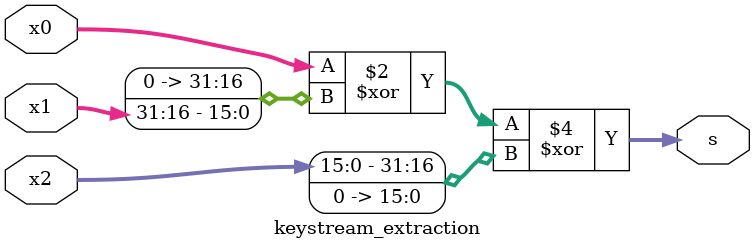
<source format=v>
module keystream_extraction(
  input  [31:0] x0,
  input  [31:0] x1,
  input  [31:0] x2,
  output [31:0] s
);

  // Example: s = x0 ^ (x1 >> 16) ^ (x2 << 16)
  assign s = x0 ^ (x1 >> 16) ^ (x2 << 16);

endmodule

</source>
